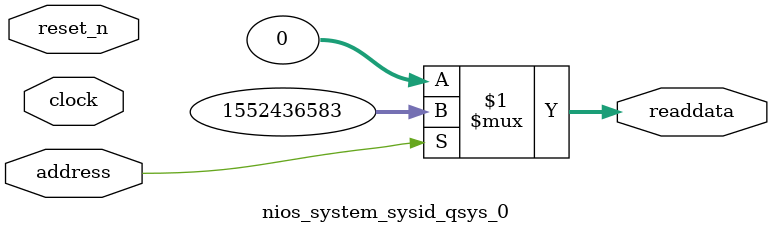
<source format=v>



// synthesis translate_off
`timescale 1ns / 1ps
// synthesis translate_on

// turn off superfluous verilog processor warnings 
// altera message_level Level1 
// altera message_off 10034 10035 10036 10037 10230 10240 10030 

module nios_system_sysid_qsys_0 (
               // inputs:
                address,
                clock,
                reset_n,

               // outputs:
                readdata
             )
;

  output  [ 31: 0] readdata;
  input            address;
  input            clock;
  input            reset_n;

  wire    [ 31: 0] readdata;
  //control_slave, which is an e_avalon_slave
  assign readdata = address ? 1552436583 : 0;

endmodule



</source>
